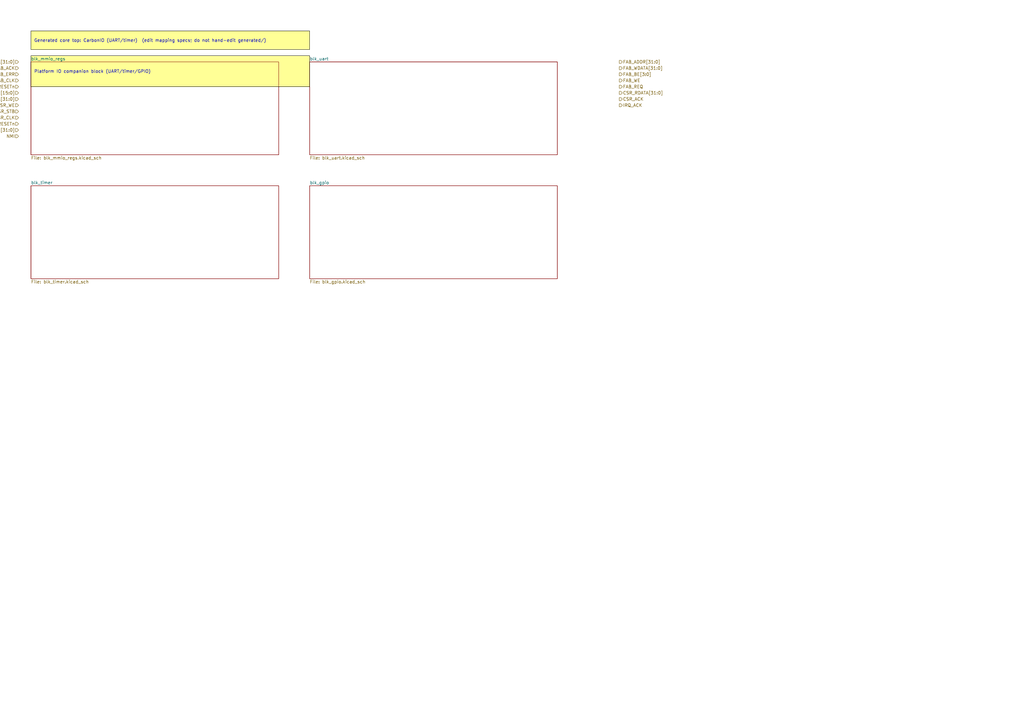
<source format=kicad_sch>
(kicad_sch
	(version 20250114)
	(generator "kicadgen")
	(generator_version "0.2")
	(uuid "43b2090d-ce65-55d7-96d8-da46207bcc57")
	(paper "A3")
	(title_block
		(title "CarbonIO (UART/timer) (generated)")
		(company "Project Carbon")
		(comment 1 "Generated - do not edit in generated/")
		(comment 2 "Edit in schem/kicad9/manual/ or refine mapping specs")
	)
	(lib_symbols)
	(text_box
		"Generated core top: CarbonIO (UART/timer)  (edit mapping specs; do not hand-edit generated/)"
		(exclude_from_sim no)
		(at
			12.7
			12.7
			0
		)
		(size 114.3 7.62)
		(margins
			1.27
			1.27
			1.27
			1.27
		)
		(stroke
			(width 0)
			(type default)
			(color
				0
				0
				0
				1
			)
		)
		(fill
			(type color)
			(color
				255
				255
				150
				1
			)
		)
		(effects
			(font
				(size 1.27 1.27)
			)
			(justify left)
		)
		(uuid "9b8c8875-c26e-53d5-9615-002f7739f446")
	)
	(text_box
		"Platform IO companion block (UART/timer/GPIO)"
		(exclude_from_sim no)
		(at
			12.7
			22.86
			0
		)
		(size 114.3 12.7)
		(margins
			1.27
			1.27
			1.27
			1.27
		)
		(stroke
			(width 0)
			(type default)
			(color
				0
				0
				0
				1
			)
		)
		(fill
			(type color)
			(color
				255
				255
				150
				1
			)
		)
		(effects
			(font
				(size 1.27 1.27)
			)
			(justify left)
		)
		(uuid "fbd5f5dd-d661-5375-af8a-906da1bfcefe")
	)
	(sheet
		(at 12.7 25.4)
		(size 101.6 38.1)
		(exclude_from_sim no)
		(in_bom yes)
		(on_board yes)
		(dnp no)
		(stroke
			(width 0)
			(type solid)
		)
		(fill
			(color
				0
				0
				0
				0
			)
		)
		(uuid "ae4afeb7-3a67-5227-9820-c0b7ec34294c")
		(property
			"Sheetname"
			"blk_mmio_regs"
			(at
				12.7
				24.13
				0
			)
			(effects
				(font
					(size 1.27 1.27)
				)
				(justify left)
			)
		)
		(property
			"Sheetfile"
			"blk_mmio_regs.kicad_sch"
			(at
				12.7
				64.77
				0
			)
			(effects
				(font
					(size 1.27 1.27)
				)
				(justify left)
			)
		)
		(instances
			(project
				"core_CarbonIO"
				(path
					"/43b2090d-ce65-55d7-96d8-da46207bcc57"
					(page "2")
				)
			)
		)
	)
	(sheet
		(at 127 25.4)
		(size 101.6 38.1)
		(exclude_from_sim no)
		(in_bom yes)
		(on_board yes)
		(dnp no)
		(stroke
			(width 0)
			(type solid)
		)
		(fill
			(color
				0
				0
				0
				0
			)
		)
		(uuid "5b9a871a-59ed-5df3-bfa5-7836e78c9826")
		(property
			"Sheetname"
			"blk_uart"
			(at
				127
				24.13
				0
			)
			(effects
				(font
					(size 1.27 1.27)
				)
				(justify left)
			)
		)
		(property
			"Sheetfile"
			"blk_uart.kicad_sch"
			(at
				127
				64.77
				0
			)
			(effects
				(font
					(size 1.27 1.27)
				)
				(justify left)
			)
		)
		(instances
			(project
				"core_CarbonIO"
				(path
					"/43b2090d-ce65-55d7-96d8-da46207bcc57"
					(page "3")
				)
			)
		)
	)
	(sheet
		(at 12.7 76.2)
		(size 101.6 38.1)
		(exclude_from_sim no)
		(in_bom yes)
		(on_board yes)
		(dnp no)
		(stroke
			(width 0)
			(type solid)
		)
		(fill
			(color
				0
				0
				0
				0
			)
		)
		(uuid "f1567d72-f1c0-57f1-8143-0cf7313f740e")
		(property
			"Sheetname"
			"blk_timer"
			(at
				12.7
				74.93
				0
			)
			(effects
				(font
					(size 1.27 1.27)
				)
				(justify left)
			)
		)
		(property
			"Sheetfile"
			"blk_timer.kicad_sch"
			(at
				12.7
				115.57
				0
			)
			(effects
				(font
					(size 1.27 1.27)
				)
				(justify left)
			)
		)
		(instances
			(project
				"core_CarbonIO"
				(path
					"/43b2090d-ce65-55d7-96d8-da46207bcc57"
					(page "4")
				)
			)
		)
	)
	(sheet
		(at 127 76.2)
		(size 101.6 38.1)
		(exclude_from_sim no)
		(in_bom yes)
		(on_board yes)
		(dnp no)
		(stroke
			(width 0)
			(type solid)
		)
		(fill
			(color
				0
				0
				0
				0
			)
		)
		(uuid "354cd6dc-6e74-59ef-8d47-a92ca02472f5")
		(property
			"Sheetname"
			"blk_gpio"
			(at
				127
				74.93
				0
			)
			(effects
				(font
					(size 1.27 1.27)
				)
				(justify left)
			)
		)
		(property
			"Sheetfile"
			"blk_gpio.kicad_sch"
			(at
				127
				115.57
				0
			)
			(effects
				(font
					(size 1.27 1.27)
				)
				(justify left)
			)
		)
		(instances
			(project
				"core_CarbonIO"
				(path
					"/43b2090d-ce65-55d7-96d8-da46207bcc57"
					(page "5")
				)
			)
		)
	)
	(hierarchical_label
		"FAB_ADDR[31:0]"
		(shape output)
		(at
			254
			25.4
			0
		)
		(effects
			(font
				(size 1.27 1.27)
			)
			(justify left)
		)
		(uuid "4b180205-2dd1-5df1-a814-e8586a906bfe")
	)
	(hierarchical_label
		"FAB_WDATA[31:0]"
		(shape output)
		(at
			254
			27.94
			0
		)
		(effects
			(font
				(size 1.27 1.27)
			)
			(justify left)
		)
		(uuid "f84ab455-5efc-50b5-b38e-f5f95f429f41")
	)
	(hierarchical_label
		"FAB_RDATA[31:0]"
		(shape input)
		(at
			7.62
			25.4
			180
		)
		(effects
			(font
				(size 1.27 1.27)
			)
			(justify right)
		)
		(uuid "6b64628f-4869-5989-ae9a-83c267362646")
	)
	(hierarchical_label
		"FAB_BE[3:0]"
		(shape output)
		(at
			254
			30.48
			0
		)
		(effects
			(font
				(size 1.27 1.27)
			)
			(justify left)
		)
		(uuid "ef639dad-70a7-5acb-8e79-da4d63e1166e")
	)
	(hierarchical_label
		"FAB_WE"
		(shape output)
		(at
			254
			33.02
			0
		)
		(effects
			(font
				(size 1.27 1.27)
			)
			(justify left)
		)
		(uuid "c2d6c24e-d442-5202-ba18-21bb571da971")
	)
	(hierarchical_label
		"FAB_REQ"
		(shape output)
		(at
			254
			35.56
			0
		)
		(effects
			(font
				(size 1.27 1.27)
			)
			(justify left)
		)
		(uuid "4cb7d326-a17f-5d0e-86dd-700989cdb641")
	)
	(hierarchical_label
		"FAB_ACK"
		(shape input)
		(at
			7.62
			27.94
			180
		)
		(effects
			(font
				(size 1.27 1.27)
			)
			(justify right)
		)
		(uuid "a8c77355-cd56-5af0-8546-688609f18051")
	)
	(hierarchical_label
		"FAB_ERR"
		(shape input)
		(at
			7.62
			30.48
			180
		)
		(effects
			(font
				(size 1.27 1.27)
			)
			(justify right)
		)
		(uuid "82af2768-f8f8-5fd6-9c53-0d4ef14ae8bb")
	)
	(hierarchical_label
		"FAB_CLK"
		(shape input)
		(at
			7.62
			33.02
			180
		)
		(effects
			(font
				(size 1.27 1.27)
			)
			(justify right)
		)
		(uuid "d6f8eec5-eb26-5eb3-bc4b-47564d3cca14")
	)
	(hierarchical_label
		"FAB_RESETn"
		(shape input)
		(at
			7.62
			35.56
			180
		)
		(effects
			(font
				(size 1.27 1.27)
			)
			(justify right)
		)
		(uuid "45a73c28-1658-5c19-8cfc-dcb227163c59")
	)
	(hierarchical_label
		"CSR_ADDR[15:0]"
		(shape input)
		(at
			7.62
			38.1
			180
		)
		(effects
			(font
				(size 1.27 1.27)
			)
			(justify right)
		)
		(uuid "09d2da88-f435-5c6f-91c7-f39d46c956c0")
	)
	(hierarchical_label
		"CSR_WDATA[31:0]"
		(shape input)
		(at
			7.62
			40.64
			180
		)
		(effects
			(font
				(size 1.27 1.27)
			)
			(justify right)
		)
		(uuid "23782db4-84f6-5dcd-9a2e-adbc592d5532")
	)
	(hierarchical_label
		"CSR_RDATA[31:0]"
		(shape output)
		(at
			254
			38.1
			0
		)
		(effects
			(font
				(size 1.27 1.27)
			)
			(justify left)
		)
		(uuid "d388de77-8232-5ef3-a9b6-6c1ddf385f17")
	)
	(hierarchical_label
		"CSR_WE"
		(shape input)
		(at
			7.62
			43.18
			180
		)
		(effects
			(font
				(size 1.27 1.27)
			)
			(justify right)
		)
		(uuid "f431e9a3-3374-5142-982e-8c169cd0f68c")
	)
	(hierarchical_label
		"CSR_STB"
		(shape input)
		(at
			7.62
			45.72
			180
		)
		(effects
			(font
				(size 1.27 1.27)
			)
			(justify right)
		)
		(uuid "144af1d4-9ee6-53f3-b7b9-5f70705a1233")
	)
	(hierarchical_label
		"CSR_ACK"
		(shape output)
		(at
			254
			40.64
			0
		)
		(effects
			(font
				(size 1.27 1.27)
			)
			(justify left)
		)
		(uuid "32ba6399-cde0-5f29-901e-4ed5ac5b8db4")
	)
	(hierarchical_label
		"CSR_CLK"
		(shape input)
		(at
			7.62
			48.26
			180
		)
		(effects
			(font
				(size 1.27 1.27)
			)
			(justify right)
		)
		(uuid "41bb15b2-a12e-5008-bf0f-149d1c6418e5")
	)
	(hierarchical_label
		"CSR_RESETn"
		(shape input)
		(at
			7.62
			50.8
			180
		)
		(effects
			(font
				(size 1.27 1.27)
			)
			(justify right)
		)
		(uuid "e2fa426a-ae88-5689-9243-7ce742b972e6")
	)
	(hierarchical_label
		"IRQ[31:0]"
		(shape input)
		(at
			7.62
			53.34
			180
		)
		(effects
			(font
				(size 1.27 1.27)
			)
			(justify right)
		)
		(uuid "40a0de00-3983-5345-a734-fea6560701c7")
	)
	(hierarchical_label
		"NMI"
		(shape input)
		(at
			7.62
			55.88
			180
		)
		(effects
			(font
				(size 1.27 1.27)
			)
			(justify right)
		)
		(uuid "94f630ba-c5ad-50c0-aa0e-6436d5ce35ee")
	)
	(hierarchical_label
		"IRQ_ACK"
		(shape output)
		(at
			254
			43.18
			0
		)
		(effects
			(font
				(size 1.27 1.27)
			)
			(justify left)
		)
		(uuid "2ca3826d-6fae-5d4e-bfc7-4b7cfe15a4db")
	)
	(sheet_instances
		(path
			"/"
			(page "1")
		)
	)
	(embedded_fonts no)
)

</source>
